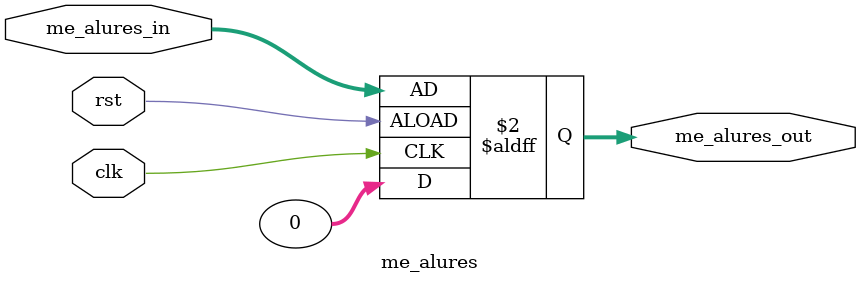
<source format=sv>
module me_alures(
    input logic clk,
    input logic rst,
    input logic [31:0] me_alures_in = 32'b0, 
    output logic [31:0] me_alures_out
     
);

    always_ff @(posedge clk or negedge rst) begin
        if (rst) begin
            me_alures_out <= 32'b0; 
        end else begin
            me_alures_out <= me_alures_in; 
        end
    end
endmodule
</source>
